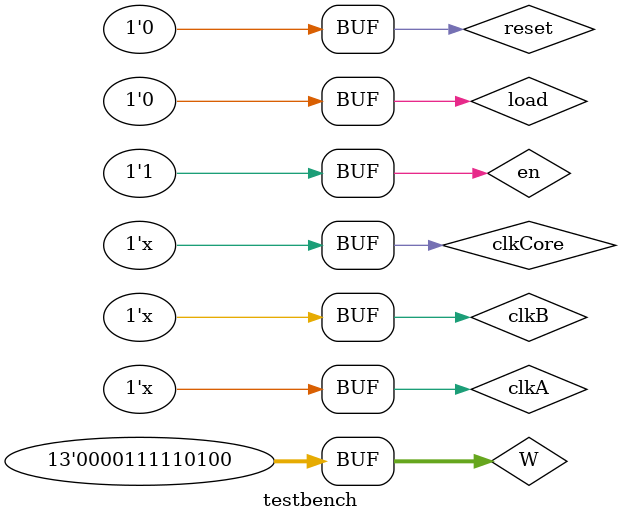
<source format=v>
`timescale 1 ps / 1 fs
module testbench ();

    reg clkCore, en, reset; 
    reg clkA, clkB;
    wire en_8MHz, en_1MHz;
    wire [4:0] c1, c2;
    
    reg [12:0] W = 13'd0002;
    wire [6:0] A_val, B_val;
    wire decoderDone;
    wire PWMreset, PWMset, signal, signal_b;
    wire latch;
    wire [6:0] cA, cB;
    reg load;   

    // Testing frequency for A(4MHz) and B(5MHz) 
    // parameter Ta = 250000;                                 
    // parameter Tb = 200000;

    //  Parameters in ps
    parameter T_core = 5000;                                 
    parameter Ta = 12500;
    parameter Tb = 12345.679;   

    assign latch = ~signal & ~signal_b; 


    initial begin
        clkCore = 1;
        clkA = 1;
        clkB = 1;
        reset = 1;
        en = 1;
        load = 1;

        #(T_core/2) begin
            // reset tells the system that we wrote a new value, 
            // so reset all parameters and enable decoder
            reset = 0; 
            load = 0;
        end

        #(2531*T_core/2) begin
            reset = 1;
            W = 13'd6401;
        end
        #(3*T_core/2) reset = 0;

        #(4531*T_core/2) begin
            reset = 1;
            W = 13'd3000;
        end
        #(3*T_core/2) reset = 0;

        #(2531*T_core/2) begin
            reset = 1;
            W = 13'd1500;
        end
        #(3*T_core/2) reset = 0;

        #(3000*T_core/2) begin
            reset = 1;
            W = 13'd1000;
        end
        #(3*T_core/2) reset = 0;

        #(3000*T_core/2) begin
            reset = 1;
            W = 13'd500;
        end
        #(3*T_core/2) reset = 0;




        end
       
    // Configure clk signals to invert 
    always #(T_core/2) clkCore = ~clkCore;                                 
    always #(Ta/2) clkA = ~clkA;
    always #(Tb/2) clkB = ~clkB; 


    top myTop ( .clk(clkCore), .reset(reset), .en(en), .load(load),
                .clkA(clkA), .clkB(clkB),
                .W(W),
                .PWMreset(PWMreset), .PWMset(PWMset), .signal(signal), .signal_b(signal_b),
                .cA(cA), .cB(cB),

                .c1(c1), .c2(c2),
                .en_8MHz(en_8MHz), .en_1MHz(en_1MHz),
                .A_val(A_val), .B_val(B_val), 
                .decoderDone(decoderDone)
                );
    

    
//===================== Debugging use only, work example=====================
   
//    wire R1_condition;
//    wire [4:0] c1;
//    assign R1_condition = (c1==5'd24);
//    upwardCounter #(5) Counter25 (clk, reset, en, 5'd24, c1);
//    receiver R1 (clk, reset, R1_condition, Temp);

endmodule

</source>
